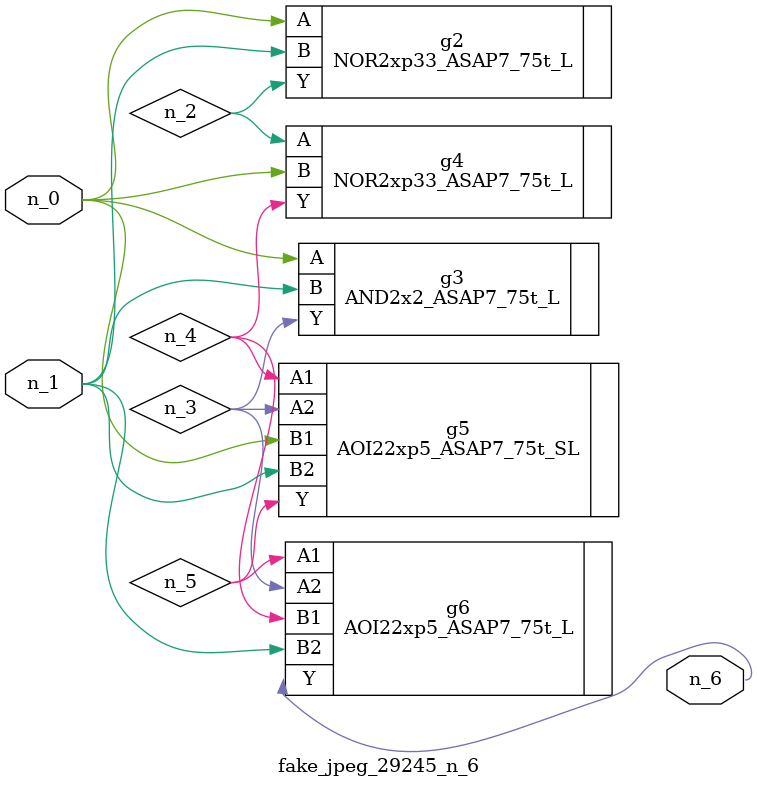
<source format=v>
module fake_jpeg_29245_n_6 (n_0, n_1, n_6);

input n_0;
input n_1;

output n_6;

wire n_3;
wire n_2;
wire n_4;
wire n_5;

NOR2xp33_ASAP7_75t_L g2 ( 
.A(n_0),
.B(n_1),
.Y(n_2)
);

AND2x2_ASAP7_75t_L g3 ( 
.A(n_0),
.B(n_1),
.Y(n_3)
);

NOR2xp33_ASAP7_75t_L g4 ( 
.A(n_2),
.B(n_0),
.Y(n_4)
);

AOI22xp5_ASAP7_75t_SL g5 ( 
.A1(n_4),
.A2(n_3),
.B1(n_0),
.B2(n_1),
.Y(n_5)
);

AOI22xp5_ASAP7_75t_L g6 ( 
.A1(n_5),
.A2(n_3),
.B1(n_4),
.B2(n_1),
.Y(n_6)
);


endmodule
</source>
